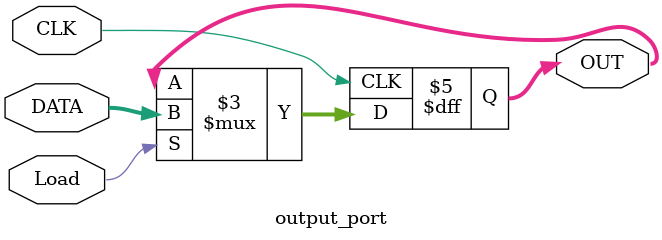
<source format=v>
`timescale 1ns / 1ps
module output_port( DATA , OUT , Load , CLK
    );
	 
	 parameter OutSize = 2 ; // the size of register 
	 
	 // inputs 
	 input [ OutSize - 1 : 0] DATA ; // the input data to register  
	 input Load ; // syncrouns enable to load data into register 
	 input CLK ;  // the clock of the design 
	 
	 // outputs 
	 output [ OutSize - 1 : 0 ] OUT ; // the ouput data 
	 
	 reg [ OutSize - 1 : 0 ] OUT ; // re-define the output port
	 
	 
	 always @( posedge CLK ) 
		begin //: REGISTER
	 
			if ( Load == 1) 
				begin //: ASSIN_DATA
					OUT <= DATA ;  // load the new data 
				end 
			else ;/* do nothing */ 
		end

endmodule

</source>
